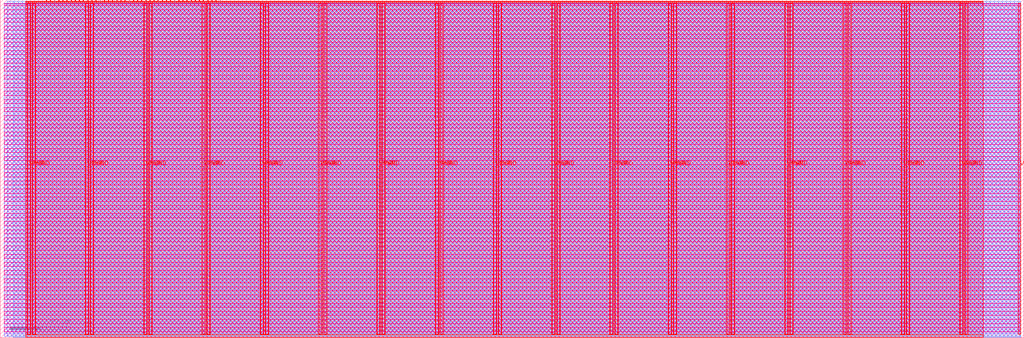
<source format=lef>
VERSION 5.7 ;
  NOWIREEXTENSIONATPIN ON ;
  DIVIDERCHAR "/" ;
  BUSBITCHARS "[]" ;
MACRO tt_um_zoom_zoom
  CLASS BLOCK ;
  FOREIGN tt_um_zoom_zoom ;
  ORIGIN 0.000 0.000 ;
  SIZE 682.640 BY 225.760 ;
  PIN VGND
    DIRECTION INOUT ;
    USE GROUND ;
    PORT
      LAYER met4 ;
        RECT 21.580 2.480 23.180 223.280 ;
    END
    PORT
      LAYER met4 ;
        RECT 60.450 2.480 62.050 223.280 ;
    END
    PORT
      LAYER met4 ;
        RECT 99.320 2.480 100.920 223.280 ;
    END
    PORT
      LAYER met4 ;
        RECT 138.190 2.480 139.790 223.280 ;
    END
    PORT
      LAYER met4 ;
        RECT 177.060 2.480 178.660 223.280 ;
    END
    PORT
      LAYER met4 ;
        RECT 215.930 2.480 217.530 223.280 ;
    END
    PORT
      LAYER met4 ;
        RECT 254.800 2.480 256.400 223.280 ;
    END
    PORT
      LAYER met4 ;
        RECT 293.670 2.480 295.270 223.280 ;
    END
    PORT
      LAYER met4 ;
        RECT 332.540 2.480 334.140 223.280 ;
    END
    PORT
      LAYER met4 ;
        RECT 371.410 2.480 373.010 223.280 ;
    END
    PORT
      LAYER met4 ;
        RECT 410.280 2.480 411.880 223.280 ;
    END
    PORT
      LAYER met4 ;
        RECT 449.150 2.480 450.750 223.280 ;
    END
    PORT
      LAYER met4 ;
        RECT 488.020 2.480 489.620 223.280 ;
    END
    PORT
      LAYER met4 ;
        RECT 526.890 2.480 528.490 223.280 ;
    END
    PORT
      LAYER met4 ;
        RECT 565.760 2.480 567.360 223.280 ;
    END
    PORT
      LAYER met4 ;
        RECT 604.630 2.480 606.230 223.280 ;
    END
    PORT
      LAYER met4 ;
        RECT 643.500 2.480 645.100 223.280 ;
    END
  END VGND
  PIN VPWR
    DIRECTION INOUT ;
    USE POWER ;
    PORT
      LAYER met4 ;
        RECT 18.280 2.480 19.880 223.280 ;
    END
    PORT
      LAYER met4 ;
        RECT 57.150 2.480 58.750 223.280 ;
    END
    PORT
      LAYER met4 ;
        RECT 96.020 2.480 97.620 223.280 ;
    END
    PORT
      LAYER met4 ;
        RECT 134.890 2.480 136.490 223.280 ;
    END
    PORT
      LAYER met4 ;
        RECT 173.760 2.480 175.360 223.280 ;
    END
    PORT
      LAYER met4 ;
        RECT 212.630 2.480 214.230 223.280 ;
    END
    PORT
      LAYER met4 ;
        RECT 251.500 2.480 253.100 223.280 ;
    END
    PORT
      LAYER met4 ;
        RECT 290.370 2.480 291.970 223.280 ;
    END
    PORT
      LAYER met4 ;
        RECT 329.240 2.480 330.840 223.280 ;
    END
    PORT
      LAYER met4 ;
        RECT 368.110 2.480 369.710 223.280 ;
    END
    PORT
      LAYER met4 ;
        RECT 406.980 2.480 408.580 223.280 ;
    END
    PORT
      LAYER met4 ;
        RECT 445.850 2.480 447.450 223.280 ;
    END
    PORT
      LAYER met4 ;
        RECT 484.720 2.480 486.320 223.280 ;
    END
    PORT
      LAYER met4 ;
        RECT 523.590 2.480 525.190 223.280 ;
    END
    PORT
      LAYER met4 ;
        RECT 562.460 2.480 564.060 223.280 ;
    END
    PORT
      LAYER met4 ;
        RECT 601.330 2.480 602.930 223.280 ;
    END
    PORT
      LAYER met4 ;
        RECT 640.200 2.480 641.800 223.280 ;
    END
    PORT
      LAYER met4 ;
        RECT 679.070 2.480 680.670 223.280 ;
    END
  END VPWR
  PIN clk
    DIRECTION INPUT ;
    USE SIGNAL ;
    ANTENNAGATEAREA 0.852000 ;
    PORT
      LAYER met4 ;
        RECT 143.830 224.760 144.130 225.760 ;
    END
  END clk
  PIN ena
    DIRECTION INPUT ;
    USE SIGNAL ;
    PORT
      LAYER met4 ;
        RECT 146.590 224.760 146.890 225.760 ;
    END
  END ena
  PIN rst_n
    DIRECTION INPUT ;
    USE SIGNAL ;
    ANTENNAGATEAREA 0.247500 ;
    PORT
      LAYER met4 ;
        RECT 141.070 224.760 141.370 225.760 ;
    END
  END rst_n
  PIN ui_in[0]
    DIRECTION INPUT ;
    USE SIGNAL ;
    ANTENNAGATEAREA 0.213000 ;
    PORT
      LAYER met4 ;
        RECT 138.310 224.760 138.610 225.760 ;
    END
  END ui_in[0]
  PIN ui_in[1]
    DIRECTION INPUT ;
    USE SIGNAL ;
    ANTENNAGATEAREA 0.196500 ;
    PORT
      LAYER met4 ;
        RECT 135.550 224.760 135.850 225.760 ;
    END
  END ui_in[1]
  PIN ui_in[2]
    DIRECTION INPUT ;
    USE SIGNAL ;
    ANTENNAGATEAREA 0.213000 ;
    PORT
      LAYER met4 ;
        RECT 132.790 224.760 133.090 225.760 ;
    END
  END ui_in[2]
  PIN ui_in[3]
    DIRECTION INPUT ;
    USE SIGNAL ;
    PORT
      LAYER met4 ;
        RECT 130.030 224.760 130.330 225.760 ;
    END
  END ui_in[3]
  PIN ui_in[4]
    DIRECTION INPUT ;
    USE SIGNAL ;
    PORT
      LAYER met4 ;
        RECT 127.270 224.760 127.570 225.760 ;
    END
  END ui_in[4]
  PIN ui_in[5]
    DIRECTION INPUT ;
    USE SIGNAL ;
    PORT
      LAYER met4 ;
        RECT 124.510 224.760 124.810 225.760 ;
    END
  END ui_in[5]
  PIN ui_in[6]
    DIRECTION INPUT ;
    USE SIGNAL ;
    PORT
      LAYER met4 ;
        RECT 121.750 224.760 122.050 225.760 ;
    END
  END ui_in[6]
  PIN ui_in[7]
    DIRECTION INPUT ;
    USE SIGNAL ;
    PORT
      LAYER met4 ;
        RECT 118.990 224.760 119.290 225.760 ;
    END
  END ui_in[7]
  PIN uio_in[0]
    DIRECTION INPUT ;
    USE SIGNAL ;
    ANTENNAGATEAREA 0.196500 ;
    PORT
      LAYER met4 ;
        RECT 116.230 224.760 116.530 225.760 ;
    END
  END uio_in[0]
  PIN uio_in[1]
    DIRECTION INPUT ;
    USE SIGNAL ;
    ANTENNAGATEAREA 0.196500 ;
    PORT
      LAYER met4 ;
        RECT 113.470 224.760 113.770 225.760 ;
    END
  END uio_in[1]
  PIN uio_in[2]
    DIRECTION INPUT ;
    USE SIGNAL ;
    ANTENNAGATEAREA 0.196500 ;
    PORT
      LAYER met4 ;
        RECT 110.710 224.760 111.010 225.760 ;
    END
  END uio_in[2]
  PIN uio_in[3]
    DIRECTION INPUT ;
    USE SIGNAL ;
    ANTENNAGATEAREA 0.196500 ;
    PORT
      LAYER met4 ;
        RECT 107.950 224.760 108.250 225.760 ;
    END
  END uio_in[3]
  PIN uio_in[4]
    DIRECTION INPUT ;
    USE SIGNAL ;
    ANTENNAGATEAREA 0.196500 ;
    PORT
      LAYER met4 ;
        RECT 105.190 224.760 105.490 225.760 ;
    END
  END uio_in[4]
  PIN uio_in[5]
    DIRECTION INPUT ;
    USE SIGNAL ;
    ANTENNAGATEAREA 0.196500 ;
    PORT
      LAYER met4 ;
        RECT 102.430 224.760 102.730 225.760 ;
    END
  END uio_in[5]
  PIN uio_in[6]
    DIRECTION INPUT ;
    USE SIGNAL ;
    ANTENNAGATEAREA 0.196500 ;
    PORT
      LAYER met4 ;
        RECT 99.670 224.760 99.970 225.760 ;
    END
  END uio_in[6]
  PIN uio_in[7]
    DIRECTION INPUT ;
    USE SIGNAL ;
    ANTENNAGATEAREA 0.196500 ;
    PORT
      LAYER met4 ;
        RECT 96.910 224.760 97.210 225.760 ;
    END
  END uio_in[7]
  PIN uio_oe[0]
    DIRECTION OUTPUT ;
    USE SIGNAL ;
    ANTENNADIFFAREA 0.445500 ;
    PORT
      LAYER met4 ;
        RECT 49.990 224.760 50.290 225.760 ;
    END
  END uio_oe[0]
  PIN uio_oe[1]
    DIRECTION OUTPUT ;
    USE SIGNAL ;
    ANTENNADIFFAREA 0.445500 ;
    PORT
      LAYER met4 ;
        RECT 47.230 224.760 47.530 225.760 ;
    END
  END uio_oe[1]
  PIN uio_oe[2]
    DIRECTION OUTPUT ;
    USE SIGNAL ;
    ANTENNADIFFAREA 0.445500 ;
    PORT
      LAYER met4 ;
        RECT 44.470 224.760 44.770 225.760 ;
    END
  END uio_oe[2]
  PIN uio_oe[3]
    DIRECTION OUTPUT ;
    USE SIGNAL ;
    ANTENNADIFFAREA 0.445500 ;
    PORT
      LAYER met4 ;
        RECT 41.710 224.760 42.010 225.760 ;
    END
  END uio_oe[3]
  PIN uio_oe[4]
    DIRECTION OUTPUT ;
    USE SIGNAL ;
    ANTENNADIFFAREA 0.445500 ;
    PORT
      LAYER met4 ;
        RECT 38.950 224.760 39.250 225.760 ;
    END
  END uio_oe[4]
  PIN uio_oe[5]
    DIRECTION OUTPUT ;
    USE SIGNAL ;
    ANTENNADIFFAREA 0.445500 ;
    PORT
      LAYER met4 ;
        RECT 36.190 224.760 36.490 225.760 ;
    END
  END uio_oe[5]
  PIN uio_oe[6]
    DIRECTION OUTPUT ;
    USE SIGNAL ;
    ANTENNADIFFAREA 0.445500 ;
    PORT
      LAYER met4 ;
        RECT 33.430 224.760 33.730 225.760 ;
    END
  END uio_oe[6]
  PIN uio_oe[7]
    DIRECTION OUTPUT ;
    USE SIGNAL ;
    ANTENNAGATEAREA 1.360500 ;
    ANTENNADIFFAREA 0.891000 ;
    PORT
      LAYER met4 ;
        RECT 30.670 224.760 30.970 225.760 ;
    END
  END uio_oe[7]
  PIN uio_out[0]
    DIRECTION OUTPUT ;
    USE SIGNAL ;
    ANTENNAGATEAREA 0.247500 ;
    ANTENNADIFFAREA 0.891000 ;
    PORT
      LAYER met4 ;
        RECT 72.070 224.760 72.370 225.760 ;
    END
  END uio_out[0]
  PIN uio_out[1]
    DIRECTION OUTPUT ;
    USE SIGNAL ;
    ANTENNAGATEAREA 0.247500 ;
    ANTENNADIFFAREA 0.891000 ;
    PORT
      LAYER met4 ;
        RECT 69.310 224.760 69.610 225.760 ;
    END
  END uio_out[1]
  PIN uio_out[2]
    DIRECTION OUTPUT ;
    USE SIGNAL ;
    ANTENNAGATEAREA 0.247500 ;
    ANTENNADIFFAREA 0.891000 ;
    PORT
      LAYER met4 ;
        RECT 66.550 224.760 66.850 225.760 ;
    END
  END uio_out[2]
  PIN uio_out[3]
    DIRECTION OUTPUT ;
    USE SIGNAL ;
    ANTENNAGATEAREA 0.247500 ;
    ANTENNADIFFAREA 0.891000 ;
    PORT
      LAYER met4 ;
        RECT 63.790 224.760 64.090 225.760 ;
    END
  END uio_out[3]
  PIN uio_out[4]
    DIRECTION OUTPUT ;
    USE SIGNAL ;
    ANTENNAGATEAREA 0.247500 ;
    ANTENNADIFFAREA 0.891000 ;
    PORT
      LAYER met4 ;
        RECT 61.030 224.760 61.330 225.760 ;
    END
  END uio_out[4]
  PIN uio_out[5]
    DIRECTION OUTPUT ;
    USE SIGNAL ;
    ANTENNAGATEAREA 0.247500 ;
    ANTENNADIFFAREA 0.891000 ;
    PORT
      LAYER met4 ;
        RECT 58.270 224.760 58.570 225.760 ;
    END
  END uio_out[5]
  PIN uio_out[6]
    DIRECTION OUTPUT ;
    USE SIGNAL ;
    ANTENNAGATEAREA 0.247500 ;
    ANTENNADIFFAREA 0.891000 ;
    PORT
      LAYER met4 ;
        RECT 55.510 224.760 55.810 225.760 ;
    END
  END uio_out[6]
  PIN uio_out[7]
    DIRECTION OUTPUT ;
    USE SIGNAL ;
    ANTENNAGATEAREA 0.247500 ;
    ANTENNADIFFAREA 0.891000 ;
    PORT
      LAYER met4 ;
        RECT 52.750 224.760 53.050 225.760 ;
    END
  END uio_out[7]
  PIN uo_out[0]
    DIRECTION OUTPUT ;
    USE SIGNAL ;
    ANTENNADIFFAREA 0.795200 ;
    PORT
      LAYER met4 ;
        RECT 94.150 224.760 94.450 225.760 ;
    END
  END uo_out[0]
  PIN uo_out[1]
    DIRECTION OUTPUT ;
    USE SIGNAL ;
    ANTENNADIFFAREA 0.795200 ;
    PORT
      LAYER met4 ;
        RECT 91.390 224.760 91.690 225.760 ;
    END
  END uo_out[1]
  PIN uo_out[2]
    DIRECTION OUTPUT ;
    USE SIGNAL ;
    ANTENNADIFFAREA 0.795200 ;
    PORT
      LAYER met4 ;
        RECT 88.630 224.760 88.930 225.760 ;
    END
  END uo_out[2]
  PIN uo_out[3]
    DIRECTION OUTPUT ;
    USE SIGNAL ;
    ANTENNADIFFAREA 0.795200 ;
    PORT
      LAYER met4 ;
        RECT 85.870 224.760 86.170 225.760 ;
    END
  END uo_out[3]
  PIN uo_out[4]
    DIRECTION OUTPUT ;
    USE SIGNAL ;
    ANTENNADIFFAREA 0.795200 ;
    PORT
      LAYER met4 ;
        RECT 83.110 224.760 83.410 225.760 ;
    END
  END uo_out[4]
  PIN uo_out[5]
    DIRECTION OUTPUT ;
    USE SIGNAL ;
    ANTENNADIFFAREA 0.795200 ;
    PORT
      LAYER met4 ;
        RECT 80.350 224.760 80.650 225.760 ;
    END
  END uo_out[5]
  PIN uo_out[6]
    DIRECTION OUTPUT ;
    USE SIGNAL ;
    ANTENNADIFFAREA 0.445500 ;
    PORT
      LAYER met4 ;
        RECT 77.590 224.760 77.890 225.760 ;
    END
  END uo_out[6]
  PIN uo_out[7]
    DIRECTION OUTPUT ;
    USE SIGNAL ;
    ANTENNADIFFAREA 0.445500 ;
    PORT
      LAYER met4 ;
        RECT 74.830 224.760 75.130 225.760 ;
    END
  END uo_out[7]
  OBS
      LAYER nwell ;
        RECT 2.570 221.625 680.070 223.230 ;
        RECT 2.570 216.185 680.070 219.015 ;
        RECT 2.570 210.745 680.070 213.575 ;
        RECT 2.570 205.305 680.070 208.135 ;
        RECT 2.570 199.865 680.070 202.695 ;
        RECT 2.570 194.425 680.070 197.255 ;
        RECT 2.570 188.985 680.070 191.815 ;
        RECT 2.570 183.545 680.070 186.375 ;
        RECT 2.570 178.105 680.070 180.935 ;
        RECT 2.570 172.665 680.070 175.495 ;
        RECT 2.570 167.225 680.070 170.055 ;
        RECT 2.570 161.785 680.070 164.615 ;
        RECT 2.570 156.345 680.070 159.175 ;
        RECT 2.570 150.905 680.070 153.735 ;
        RECT 2.570 145.465 680.070 148.295 ;
        RECT 2.570 140.025 680.070 142.855 ;
        RECT 2.570 134.585 680.070 137.415 ;
        RECT 2.570 129.145 680.070 131.975 ;
        RECT 2.570 123.705 680.070 126.535 ;
        RECT 2.570 118.265 680.070 121.095 ;
        RECT 2.570 112.825 680.070 115.655 ;
        RECT 2.570 107.385 680.070 110.215 ;
        RECT 2.570 101.945 680.070 104.775 ;
        RECT 2.570 96.505 680.070 99.335 ;
        RECT 2.570 91.065 680.070 93.895 ;
        RECT 2.570 85.625 680.070 88.455 ;
        RECT 2.570 80.185 680.070 83.015 ;
        RECT 2.570 74.745 680.070 77.575 ;
        RECT 2.570 69.305 680.070 72.135 ;
        RECT 2.570 63.865 680.070 66.695 ;
        RECT 2.570 58.425 680.070 61.255 ;
        RECT 2.570 52.985 680.070 55.815 ;
        RECT 2.570 47.545 680.070 50.375 ;
        RECT 2.570 42.105 680.070 44.935 ;
        RECT 2.570 36.665 680.070 39.495 ;
        RECT 2.570 31.225 680.070 34.055 ;
        RECT 2.570 25.785 680.070 28.615 ;
        RECT 2.570 20.345 680.070 23.175 ;
        RECT 2.570 14.905 680.070 17.735 ;
        RECT 2.570 9.465 680.070 12.295 ;
        RECT 2.570 4.025 680.070 6.855 ;
      LAYER li1 ;
        RECT 2.760 2.635 679.880 223.125 ;
      LAYER met1 ;
        RECT 2.760 1.060 680.670 223.280 ;
      LAYER met2 ;
        RECT 4.700 0.835 680.640 224.925 ;
      LAYER met3 ;
        RECT 8.805 0.180 680.660 224.905 ;
      LAYER met4 ;
        RECT 16.855 224.360 30.270 224.905 ;
        RECT 31.370 224.360 33.030 224.905 ;
        RECT 34.130 224.360 35.790 224.905 ;
        RECT 36.890 224.360 38.550 224.905 ;
        RECT 39.650 224.360 41.310 224.905 ;
        RECT 42.410 224.360 44.070 224.905 ;
        RECT 45.170 224.360 46.830 224.905 ;
        RECT 47.930 224.360 49.590 224.905 ;
        RECT 50.690 224.360 52.350 224.905 ;
        RECT 53.450 224.360 55.110 224.905 ;
        RECT 56.210 224.360 57.870 224.905 ;
        RECT 58.970 224.360 60.630 224.905 ;
        RECT 61.730 224.360 63.390 224.905 ;
        RECT 64.490 224.360 66.150 224.905 ;
        RECT 67.250 224.360 68.910 224.905 ;
        RECT 70.010 224.360 71.670 224.905 ;
        RECT 72.770 224.360 74.430 224.905 ;
        RECT 75.530 224.360 77.190 224.905 ;
        RECT 78.290 224.360 79.950 224.905 ;
        RECT 81.050 224.360 82.710 224.905 ;
        RECT 83.810 224.360 85.470 224.905 ;
        RECT 86.570 224.360 88.230 224.905 ;
        RECT 89.330 224.360 90.990 224.905 ;
        RECT 92.090 224.360 93.750 224.905 ;
        RECT 94.850 224.360 96.510 224.905 ;
        RECT 97.610 224.360 99.270 224.905 ;
        RECT 100.370 224.360 102.030 224.905 ;
        RECT 103.130 224.360 104.790 224.905 ;
        RECT 105.890 224.360 107.550 224.905 ;
        RECT 108.650 224.360 110.310 224.905 ;
        RECT 111.410 224.360 113.070 224.905 ;
        RECT 114.170 224.360 115.830 224.905 ;
        RECT 116.930 224.360 118.590 224.905 ;
        RECT 119.690 224.360 121.350 224.905 ;
        RECT 122.450 224.360 124.110 224.905 ;
        RECT 125.210 224.360 126.870 224.905 ;
        RECT 127.970 224.360 129.630 224.905 ;
        RECT 130.730 224.360 132.390 224.905 ;
        RECT 133.490 224.360 135.150 224.905 ;
        RECT 136.250 224.360 137.910 224.905 ;
        RECT 139.010 224.360 140.670 224.905 ;
        RECT 141.770 224.360 143.430 224.905 ;
        RECT 144.530 224.360 146.190 224.905 ;
        RECT 147.290 224.360 655.665 224.905 ;
        RECT 16.855 223.680 655.665 224.360 ;
        RECT 16.855 2.080 17.880 223.680 ;
        RECT 20.280 2.080 21.180 223.680 ;
        RECT 23.580 2.080 56.750 223.680 ;
        RECT 59.150 2.080 60.050 223.680 ;
        RECT 62.450 2.080 95.620 223.680 ;
        RECT 98.020 2.080 98.920 223.680 ;
        RECT 101.320 2.080 134.490 223.680 ;
        RECT 136.890 2.080 137.790 223.680 ;
        RECT 140.190 2.080 173.360 223.680 ;
        RECT 175.760 2.080 176.660 223.680 ;
        RECT 179.060 2.080 212.230 223.680 ;
        RECT 214.630 2.080 215.530 223.680 ;
        RECT 217.930 2.080 251.100 223.680 ;
        RECT 253.500 2.080 254.400 223.680 ;
        RECT 256.800 2.080 289.970 223.680 ;
        RECT 292.370 2.080 293.270 223.680 ;
        RECT 295.670 2.080 328.840 223.680 ;
        RECT 331.240 2.080 332.140 223.680 ;
        RECT 334.540 2.080 367.710 223.680 ;
        RECT 370.110 2.080 371.010 223.680 ;
        RECT 373.410 2.080 406.580 223.680 ;
        RECT 408.980 2.080 409.880 223.680 ;
        RECT 412.280 2.080 445.450 223.680 ;
        RECT 447.850 2.080 448.750 223.680 ;
        RECT 451.150 2.080 484.320 223.680 ;
        RECT 486.720 2.080 487.620 223.680 ;
        RECT 490.020 2.080 523.190 223.680 ;
        RECT 525.590 2.080 526.490 223.680 ;
        RECT 528.890 2.080 562.060 223.680 ;
        RECT 564.460 2.080 565.360 223.680 ;
        RECT 567.760 2.080 600.930 223.680 ;
        RECT 603.330 2.080 604.230 223.680 ;
        RECT 606.630 2.080 639.800 223.680 ;
        RECT 642.200 2.080 643.100 223.680 ;
        RECT 645.500 2.080 655.665 223.680 ;
        RECT 16.855 0.175 655.665 2.080 ;
  END
END tt_um_zoom_zoom
END LIBRARY


</source>
